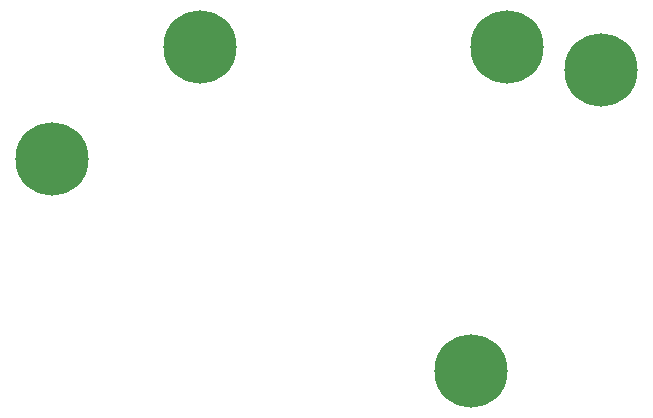
<source format=gbr>
G04 #@! TF.GenerationSoftware,KiCad,Pcbnew,5.1.6+dfsg1-1~bpo10+1*
G04 #@! TF.CreationDate,2021-04-20T21:14:46-04:00*
G04 #@! TF.ProjectId,RUSP_Faceplate,52555350-5f46-4616-9365-706c6174652e,rev?*
G04 #@! TF.SameCoordinates,Original*
G04 #@! TF.FileFunction,Copper,L1,Top*
G04 #@! TF.FilePolarity,Positive*
%FSLAX46Y46*%
G04 Gerber Fmt 4.6, Leading zero omitted, Abs format (unit mm)*
G04 Created by KiCad (PCBNEW 5.1.6+dfsg1-1~bpo10+1) date 2021-04-20 21:14:46*
%MOMM*%
%LPD*%
G01*
G04 APERTURE LIST*
G04 #@! TA.AperFunction,ComponentPad*
%ADD10C,6.200000*%
G04 #@! TD*
G04 APERTURE END LIST*
D10*
G04 #@! TO.P,H1,1*
G04 #@! TO.N,N/C*
X130792000Y-71680000D03*
G04 #@! TD*
G04 #@! TO.P,H2,1*
G04 #@! TO.N,N/C*
X118292000Y-81180000D03*
G04 #@! TD*
G04 #@! TO.P,H3,1*
G04 #@! TO.N,N/C*
X153792000Y-99180000D03*
G04 #@! TD*
G04 #@! TO.P,H4,1*
G04 #@! TO.N,N/C*
X164792000Y-73680000D03*
G04 #@! TD*
G04 #@! TO.P,H5,1*
G04 #@! TO.N,N/C*
X156792000Y-71680000D03*
G04 #@! TD*
M02*

</source>
